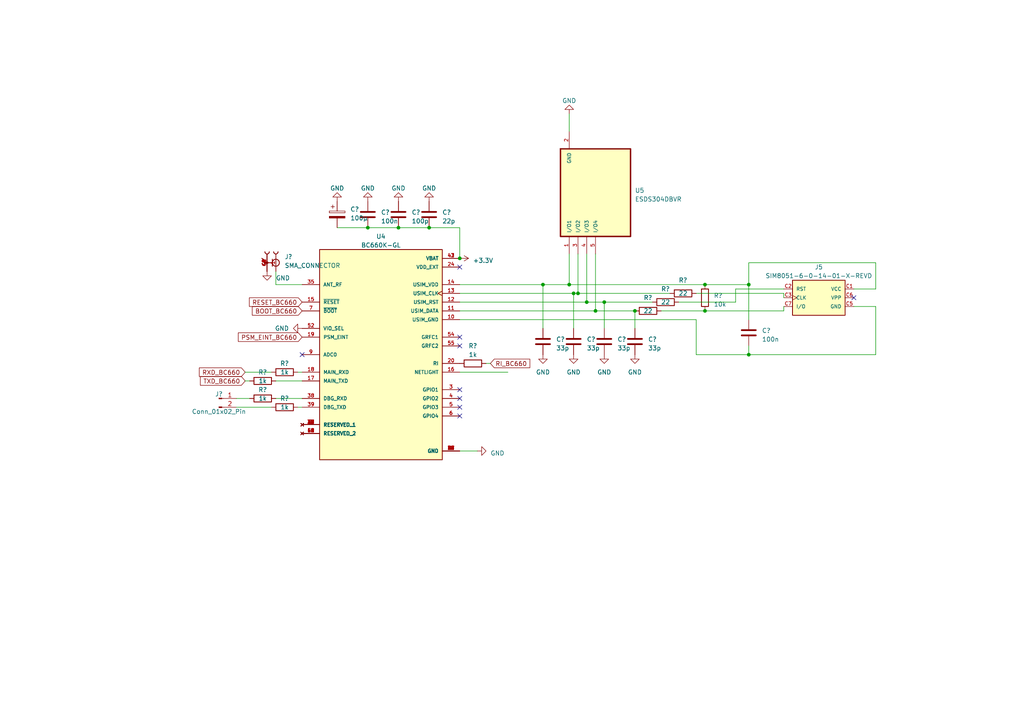
<source format=kicad_sch>
(kicad_sch (version 20230121) (generator eeschema)
  (paper "A4")
  (lib_symbols
    (symbol "BC660:BC660K-GL" (pin_names (offset 1.016))
      (property "Reference" "U" (at -17.78 31.242 0))
      (property "Value" "BC660K-GL" (at -17.78 -33.02 0))
      (symbol "BC660K-GL_0_0"
        (rectangle (start -17.78 -30.48) (end 17.78 30.48) (stroke (width 0.254)) (fill (type background)))
        (pin power_in line (at 22.86 -27.94 180) (length 5.08) (name "GND") (number "1"))
        (pin power_in line (at 22.86 10.16 180) (length 5.08) (name "USIM_GND") (number "10"))
        (pin bidirectional line (at 22.86 12.7 180) (length 5.08) (name "USIM_DATA") (number "11"))
        (pin output line (at 22.86 15.24 180) (length 5.08) (name "USIM_RST") (number "12"))
        (pin output clock (at 22.86 17.78 180) (length 5.08) (name "USIM_CLK") (number "13"))
        (pin power_in line (at 22.86 20.32 180) (length 5.08) (name "USIM_VDD") (number "14"))
        (pin input line (at -22.86 15.24 0) (length 5.08) (name "~{RESET}") (number "15"))
        (pin output line (at 22.86 -5.08 180) (length 5.08) (name "NETLIGHT") (number "16"))
        (pin output line (at -22.86 -7.62 0) (length 5.08) (name "MAIN_TXD") (number "17"))
        (pin input line (at -22.86 -5.08 0) (length 5.08) (name "MAIN_RXD") (number "18"))
        (pin input line (at -22.86 5.08 0) (length 5.08) (name "PSM_EINT") (number "19"))
        (pin no_connect line (at -22.86 -20.32 0) (length 5.08) (name "RESERVED_1") (number "2"))
        (pin output line (at 22.86 -2.54 180) (length 5.08) (name "RI") (number "20"))
        (pin no_connect line (at -22.86 -20.32 0) (length 5.08) (name "RESERVED_1") (number "21"))
        (pin no_connect line (at -22.86 -20.32 0) (length 5.08) (name "RESERVED_1") (number "22"))
        (pin no_connect line (at -22.86 -20.32 0) (length 5.08) (name "RESERVED_1") (number "23"))
        (pin power_in line (at 22.86 25.4 180) (length 5.08) (name "VDD_EXT") (number "24"))
        (pin no_connect line (at -22.86 -20.32 0) (length 5.08) (name "RESERVED_1") (number "25"))
        (pin no_connect line (at -22.86 -20.32 0) (length 5.08) (name "RESERVED_1") (number "26"))
        (pin power_in line (at 22.86 -27.94 180) (length 5.08) (name "GND") (number "27"))
        (pin no_connect line (at -22.86 -20.32 0) (length 5.08) (name "RESERVED_1") (number "28"))
        (pin no_connect line (at -22.86 -20.32 0) (length 5.08) (name "RESERVED_1") (number "29"))
        (pin bidirectional line (at 22.86 -10.16 180) (length 5.08) (name "GPIO1") (number "3"))
        (pin no_connect line (at -22.86 -20.32 0) (length 5.08) (name "RESERVED_1") (number "30"))
        (pin no_connect line (at -22.86 -20.32 0) (length 5.08) (name "RESERVED_1") (number "31"))
        (pin no_connect line (at -22.86 -20.32 0) (length 5.08) (name "RESERVED_1") (number "32"))
        (pin no_connect line (at -22.86 -20.32 0) (length 5.08) (name "RESERVED_1") (number "33"))
        (pin power_in line (at 22.86 -27.94 180) (length 5.08) (name "GND") (number "34"))
        (pin bidirectional line (at -22.86 20.32 0) (length 5.08) (name "ANT_RF") (number "35"))
        (pin power_in line (at 22.86 -27.94 180) (length 5.08) (name "GND") (number "36"))
        (pin power_in line (at 22.86 -27.94 180) (length 5.08) (name "GND") (number "37"))
        (pin input line (at -22.86 -12.7 0) (length 5.08) (name "DBG_RXD") (number "38"))
        (pin output line (at -22.86 -15.24 0) (length 5.08) (name "DBG_TXD") (number "39"))
        (pin bidirectional line (at 22.86 -12.7 180) (length 5.08) (name "GPIO2") (number "4"))
        (pin power_in line (at 22.86 -27.94 180) (length 5.08) (name "GND") (number "40"))
        (pin power_in line (at 22.86 -27.94 180) (length 5.08) (name "GND") (number "41"))
        (pin power_in line (at 22.86 27.94 180) (length 5.08) (name "VBAT") (number "42"))
        (pin power_in line (at 22.86 27.94 180) (length 5.08) (name "VBAT") (number "43"))
        (pin no_connect line (at -22.86 -20.32 0) (length 5.08) (name "RESERVED_1") (number "44"))
        (pin no_connect line (at -22.86 -20.32 0) (length 5.08) (name "RESERVED_1") (number "45"))
        (pin no_connect line (at -22.86 -22.86 0) (length 5.08) (name "RESERVED_2") (number "46"))
        (pin no_connect line (at -22.86 -22.86 0) (length 5.08) (name "RESERVED_2") (number "47"))
        (pin no_connect line (at -22.86 -22.86 0) (length 5.08) (name "RESERVED_2") (number "48"))
        (pin no_connect line (at -22.86 -22.86 0) (length 5.08) (name "RESERVED_2") (number "49"))
        (pin bidirectional line (at 22.86 -15.24 180) (length 5.08) (name "GPIO3") (number "5"))
        (pin no_connect line (at -22.86 -22.86 0) (length 5.08) (name "RESERVED_2") (number "50"))
        (pin no_connect line (at -22.86 -22.86 0) (length 5.08) (name "RESERVED_2") (number "51"))
        (pin input line (at -22.86 7.62 0) (length 5.08) (name "VIO_SEL") (number "52"))
        (pin no_connect line (at -22.86 -22.86 0) (length 5.08) (name "RESERVED_2") (number "53"))
        (pin output line (at 22.86 5.08 180) (length 5.08) (name "GRFC1") (number "54"))
        (pin output line (at 22.86 2.54 180) (length 5.08) (name "GRFC2") (number "55"))
        (pin power_in line (at 22.86 -27.94 180) (length 5.08) (name "GND") (number "56"))
        (pin power_in line (at 22.86 -27.94 180) (length 5.08) (name "GND") (number "57"))
        (pin power_in line (at 22.86 -27.94 180) (length 5.08) (name "GND") (number "58"))
        (pin bidirectional line (at 22.86 -17.78 180) (length 5.08) (name "GPIO4") (number "6"))
        (pin input line (at -22.86 12.7 0) (length 5.08) (name "~{BOOT}") (number "7"))
        (pin no_connect line (at -22.86 -20.32 0) (length 5.08) (name "RESERVED_1") (number "8"))
        (pin input line (at -22.86 0 0) (length 5.08) (name "ADC0") (number "9"))
      )
    )
    (symbol "Connector:Conn_01x02_Pin" (pin_names (offset 1.016) hide)
      (property "Reference" "J" (at 0 2.54 0))
      (property "Value" "Conn_01x02_Pin" (at 0 -5.08 0))
      (symbol "Conn_01x02_Pin_1_1"
        (polyline (pts (xy 1.27 -2.54) (xy 0.8636 -2.54)) (stroke (width 0.1524)))
        (polyline (pts (xy 1.27 0) (xy 0.8636 0)) (stroke (width 0.1524)))
        (rectangle (start 0.8636 -2.413) (end 0 -2.667) (stroke (width 0.1524)) (fill (type outline)))
        (rectangle (start 0.8636 0.127) (end 0 -0.127) (stroke (width 0.1524)) (fill (type outline)))
        (pin passive line (at 5.08 0 180) (length 3.81) (name "Pin_1") (number "1"))
        (pin passive line (at 5.08 -2.54 180) (length 3.81) (name "Pin_2") (number "2"))
      )
    )
    (symbol "Device:C" (pin_numbers hide) (pin_names (offset 0.254))
      (property "Reference" "C" (at 0.635 2.54 0))
      (property "Value" "C" (at 0.635 -2.54 0))
      (symbol "C_0_1"
        (polyline (pts (xy -2.032 -0.762) (xy 2.032 -0.762)) (stroke (width 0.508)))
        (polyline (pts (xy -2.032 0.762) (xy 2.032 0.762)) (stroke (width 0.508)))
      )
      (symbol "C_1_1"
        (pin passive line (at 0 3.81 270) (length 2.794) (name "~") (number "1"))
        (pin passive line (at 0 -3.81 90) (length 2.794) (name "~") (number "2"))
      )
    )
    (symbol "Device:C_Polarized" (pin_numbers hide) (pin_names (offset 0.254))
      (property "Reference" "C" (at 0.635 2.54 0))
      (property "Value" "C_Polarized" (at 0.635 -2.54 0))
      (symbol "C_Polarized_0_1"
        (rectangle (start -2.286 0.508) (end 2.286 1.016))
        (polyline (pts (xy -1.778 2.286) (xy -0.762 2.286)))
        (polyline (pts (xy -1.27 2.794) (xy -1.27 1.778)))
        (rectangle (start 2.286 -0.508) (end -2.286 -1.016) (fill (type outline)))
      )
      (symbol "C_Polarized_1_1"
        (pin passive line (at 0 3.81 270) (length 2.794) (name "~") (number "1"))
        (pin passive line (at 0 -3.81 90) (length 2.794) (name "~") (number "2"))
      )
    )
    (symbol "Device:R" (pin_numbers hide) (pin_names (offset 0))
      (property "Reference" "R" (at 2.032 0 90))
      (property "Value" "R" (at 0 0 90))
      (symbol "R_0_1"
        (rectangle (start -1.016 -2.54) (end 1.016 2.54) (stroke (width 0.254)))
      )
      (symbol "R_1_1"
        (pin passive line (at 0 3.81 270) (length 1.27) (name "~") (number "1"))
        (pin passive line (at 0 -3.81 90) (length 1.27) (name "~") (number "2"))
      )
    )
    (symbol "ESDS304:ESDS304DBVR" (pin_names (offset 1.016))
      (property "Reference" "U" (at -12.7 11.16 0))
      (property "Value" "ESDS304DBVR" (at -12.7 -14.16 0))
      (symbol "ESDS304DBVR_0_0"
        (rectangle (start -12.7 -10.16) (end 12.7 10.16) (stroke (width 0.41)) (fill (type background)))
        (pin bidirectional line (at -17.78 7.62 0) (length 5.08) (name "I/O1") (number "1"))
        (pin power_in line (at 17.78 7.62 180) (length 5.08) (name "GND") (number "2"))
        (pin bidirectional line (at -17.78 5.08 0) (length 5.08) (name "I/O2") (number "3"))
        (pin bidirectional line (at -17.78 2.54 0) (length 5.08) (name "I/O3") (number "4"))
        (pin bidirectional line (at -17.78 0 0) (length 5.08) (name "I/O4") (number "5"))
      )
    )
    (symbol "SIM8051:SIM8051-6-0-14-01-X-REVD" (pin_names (offset 1.016))
      (property "Reference" "J" (at -5.0841 5.5925 0))
      (property "Value" "SIM8051-6-0-14-01-X-REVD" (at -5.0884 -7.6326 0))
      (symbol "SIM8051-6-0-14-01-X-REVD_0_0"
        (rectangle (start -5.08 -5.08) (end 10.16 5.08) (stroke (width 0.254)) (fill (type background)))
        (pin power_in line (at 12.7 2.54 180) (length 2.54) (name "VCC") (number "C1"))
        (pin input line (at -7.62 2.54 0) (length 2.54) (name "RST") (number "C2"))
        (pin input clock (at -7.62 0 0) (length 2.54) (name "CLK") (number "C3"))
        (pin power_in line (at 12.7 -2.54 180) (length 2.54) (name "GND") (number "C5"))
        (pin power_in line (at 12.7 0 180) (length 2.54) (name "VPP") (number "C6"))
        (pin bidirectional line (at -7.62 -2.54 0) (length 2.54) (name "I/O") (number "C7"))
      )
    )
    (symbol "SMA_CONNECTOR:SMA_CONNECTOR" (pin_names (offset 1.016))
      (property "Reference" "J" (at -3.81 1.524 0))
      (property "Value" "SMA_CONNECTOR" (at -4.064 -6.858 0))
      (symbol "SMA_CONNECTOR_0_0"
        (arc (start -3.175 -3.175) (mid -2.5427 -2.54) (end -3.175 -1.905) (stroke (width 0.254)))
        (arc (start -3.175 -0.635) (mid -2.5427 0) (end -3.175 0.635) (stroke (width 0.254)))
        (circle (center 0 -2.54) (radius 0.254) (stroke (width 0.254)))
        (polyline (pts (xy -1.016 -1.016) (xy 0 -1.016)) (stroke (width 0.254)))
        (polyline (pts (xy -0.762 -3.302) (xy -1.27 -4.064)) (stroke (width 0.254)))
        (polyline (pts (xy 0 -3.302) (xy -0.762 -3.302)) (stroke (width 0.254)))
        (polyline (pts (xy 0 -3.302) (xy -0.508 -4.064)) (stroke (width 0.254)))
        (polyline (pts (xy 0 -3.302) (xy 0.762 -3.302)) (stroke (width 0.254)))
        (polyline (pts (xy 0 -1.016) (xy 0 -3.302)) (stroke (width 0.254)))
        (polyline (pts (xy 0 -1.016) (xy 1.016 -1.016)) (stroke (width 0.254)))
        (polyline (pts (xy 0.762 -3.302) (xy 0.254 -4.064)) (stroke (width 0.254)))
        (circle (center 0 0) (radius 1.016) (stroke (width 0.254)))
        (pin passive line (at 2.54 0 180) (length 5.08) (name "~") (number "1"))
        (pin passive line (at 2.54 -2.54 180) (length 5.08) (name "~") (number "G1"))
        (pin passive line (at 2.54 -2.54 180) (length 5.08) (name "~") (number "G2"))
        (pin passive line (at 2.54 -2.54 180) (length 5.08) (name "~") (number "G3"))
        (pin passive line (at 2.54 -2.54 180) (length 5.08) (name "~") (number "G4"))
      )
    )
    (symbol "power:+3.3V" (power) (pin_names (offset 0))
      (property "Value" "+3.3V" (at 0 3.556 0))
      (symbol "+3.3V_0_1"
        (polyline (pts (xy -0.762 1.27) (xy 0 2.54)))
        (polyline (pts (xy 0 0) (xy 0 2.54)))
        (polyline (pts (xy 0 2.54) (xy 0.762 1.27)))
      )
      (symbol "+3.3V_1_1"
        (pin power_in line (at 0 0 90) (length 0) hide (name "+3.3V") (number "1"))
      )
    )
    (symbol "power:GND" (power) (pin_names (offset 0))
      (property "Value" "GND" (at 0 -3.81 0))
      (symbol "GND_0_1"
        (polyline (pts (xy 0 0) (xy 0 -1.27) (xy 1.27 -1.27) (xy 0 -2.54) (xy -1.27 -1.27) (xy 0 -1.27)))
      )
      (symbol "GND_1_1"
        (pin power_in line (at 0 0 270) (length 0) hide (name "GND") (number "1"))
      )
    )
  )
  (junction (at 106.68 66.04))
  (junction (at 172.72 90.17))
  (junction (at 204.47 90.17))
  (junction (at 124.46 66.04))
  (junction (at 217.17 102.87))
  (junction (at 217.17 82.55))
  (junction (at 184.15 90.17))
  (junction (at 166.37 85.09))
  (junction (at 175.26 87.63))
  (junction (at 133.35 74.93))
  (junction (at 165.1 82.55))
  (junction (at 167.64 85.09))
  (junction (at 204.47 82.55))
  (junction (at 157.48 82.55))
  (junction (at 170.18 87.63))
  (junction (at 115.57 66.04))
  (no_connect (at 133.35 100.33))
  (no_connect (at 247.65 86.36))
  (no_connect (at 133.35 120.65))
  (no_connect (at 133.35 77.47))
  (no_connect (at 133.35 115.57))
  (no_connect (at 133.35 97.79))
  (no_connect (at 87.63 102.87))
  (no_connect (at 133.35 118.11))
  (no_connect (at 133.35 113.03))
  (wire (pts (xy 133.35 74.93) (xy 133.35 66.04)))
  (wire (pts (xy 165.1 38.1) (xy 165.1 33.02)))
  (wire (pts (xy 170.18 73.66) (xy 170.18 87.63)))
  (wire (pts (xy 175.26 87.63) (xy 175.26 95.25)))
  (wire (pts (xy 217.17 76.2) (xy 217.17 82.55)))
  (wire (pts (xy 254 76.2) (xy 254 83.82)))
  (wire (pts (xy 217.17 102.87) (xy 217.17 100.33)))
  (wire (pts (xy 254 88.9) (xy 254 102.87)))
  (wire (pts (xy 167.64 73.66) (xy 167.64 85.09)))
  (wire (pts (xy 172.72 90.17) (xy 184.15 90.17)))
  (wire (pts (xy 157.48 82.55) (xy 165.1 82.55)))
  (wire (pts (xy 80.01 110.49) (xy 87.63 110.49)))
  (wire (pts (xy 86.36 107.95) (xy 87.63 107.95)))
  (wire (pts (xy 166.37 85.09) (xy 166.37 95.25)))
  (wire (pts (xy 133.35 92.71) (xy 201.93 92.71)))
  (wire (pts (xy 191.77 90.17) (xy 204.47 90.17)))
  (wire (pts (xy 165.1 73.66) (xy 165.1 82.55)))
  (wire (pts (xy 167.64 85.09) (xy 194.31 85.09)))
  (wire (pts (xy 68.58 115.57) (xy 72.39 115.57)))
  (wire (pts (xy 147.32 107.95) (xy 133.35 107.95)))
  (wire (pts (xy 201.93 102.87) (xy 217.17 102.87)))
  (wire (pts (xy 201.93 85.09) (xy 227.33 85.09)))
  (wire (pts (xy 86.36 118.11) (xy 87.63 118.11)))
  (wire (pts (xy 80.01 78.74) (xy 80.01 82.55)))
  (wire (pts (xy 170.18 87.63) (xy 175.26 87.63)))
  (wire (pts (xy 217.17 102.87) (xy 254 102.87)))
  (wire (pts (xy 124.46 66.04) (xy 115.57 66.04)))
  (wire (pts (xy 115.57 66.04) (xy 106.68 66.04)))
  (wire (pts (xy 80.01 82.55) (xy 87.63 82.55)))
  (wire (pts (xy 227.33 90.17) (xy 227.33 88.9)))
  (wire (pts (xy 254 83.82) (xy 247.65 83.82)))
  (wire (pts (xy 80.01 115.57) (xy 87.63 115.57)))
  (wire (pts (xy 227.33 85.09) (xy 227.33 86.36)))
  (wire (pts (xy 196.85 87.63) (xy 213.36 87.63)))
  (wire (pts (xy 165.1 82.55) (xy 204.47 82.55)))
  (wire (pts (xy 166.37 85.09) (xy 167.64 85.09)))
  (wire (pts (xy 133.35 82.55) (xy 157.48 82.55)))
  (wire (pts (xy 254 76.2) (xy 217.17 76.2)))
  (wire (pts (xy 138.43 130.81) (xy 133.35 130.81)))
  (wire (pts (xy 201.93 92.71) (xy 201.93 102.87)))
  (wire (pts (xy 133.35 66.04) (xy 124.46 66.04)))
  (wire (pts (xy 157.48 95.25) (xy 157.48 82.55)))
  (wire (pts (xy 213.36 87.63) (xy 213.36 83.82)))
  (wire (pts (xy 247.65 88.9) (xy 254 88.9)))
  (wire (pts (xy 71.12 110.49) (xy 72.39 110.49)))
  (wire (pts (xy 68.58 118.11) (xy 78.74 118.11)))
  (wire (pts (xy 217.17 82.55) (xy 217.17 92.71)))
  (wire (pts (xy 142.24 105.41) (xy 140.97 105.41)))
  (wire (pts (xy 133.35 87.63) (xy 170.18 87.63)))
  (wire (pts (xy 71.12 107.95) (xy 78.74 107.95)))
  (wire (pts (xy 133.35 85.09) (xy 166.37 85.09)))
  (wire (pts (xy 106.68 66.04) (xy 97.79 66.04)))
  (wire (pts (xy 172.72 73.66) (xy 172.72 90.17)))
  (wire (pts (xy 204.47 90.17) (xy 227.33 90.17)))
  (wire (pts (xy 133.35 90.17) (xy 172.72 90.17)))
  (wire (pts (xy 204.47 82.55) (xy 217.17 82.55)))
  (wire (pts (xy 175.26 87.63) (xy 189.23 87.63)))
  (wire (pts (xy 184.15 90.17) (xy 184.15 95.25)))
  (wire (pts (xy 213.36 83.82) (xy 227.33 83.82)))
  (global_label "RI_BC660" (shape input) (at 142.24 105.41 0) (property "Intersheetrefs" "${INTERSHEET_REFS}" (effects hide)))
  (global_label "PSM_EINT_BC660" (shape input) (at 87.63 97.79 180) (property "Intersheetrefs" "${INTERSHEET_REFS}" (effects hide)))
  (global_label "RESET_BC660" (shape input) (at 87.63 87.63 180) (property "Intersheetrefs" "${INTERSHEET_REFS}" (effects hide)))
  (global_label "TXD_BC660" (shape input) (at 71.12 110.49 180) (property "Intersheetrefs" "${INTERSHEET_REFS}" (effects hide)))
  (global_label "RXD_BC660" (shape input) (at 71.12 107.95 180) (property "Intersheetrefs" "${INTERSHEET_REFS}" (effects hide)))
  (global_label "BOOT_BC660" (shape input) (at 87.63 90.17 180) (property "Intersheetrefs" "${INTERSHEET_REFS}" (effects hide)))
  (symbol (lib_id "Device:C") (at 115.57 62.23 0) (unit 1)
    (property "Reference" "C?" (at 119.38 61.595 0) (effects (justify left)))
    (property "Value" "100p" (at 119.38 64.135 0) (effects (justify left)))
    (property "Footprint" "Capacitor_SMD:C_0805_2012Metric_Pad1.18x1.45mm_HandSolder" (effects hide))
    (instances (project "Central_pcb" (path "" (reference "C?") (unit 1)) (path "" (reference "C16") (unit 1))) (project "bc660_breakoutboard" (path "" (reference "C?") (unit 1))))
  )
  (symbol (lib_id "Device:R") (at 198.12 85.09 90) (unit 1)
    (property "Reference" "R?" (at 198.12 81.28 90))
    (property "Value" "22" (at 198.12 85.09 90))
    (property "Footprint" "Resistor_SMD:R_0805_2012Metric_Pad1.20x1.40mm_HandSolder" (effects hide))
    (instances (project "Central_pcb" (path "" (reference "R?") (unit 1)) (path "" (reference "R13") (unit 1))) (project "bc660_breakoutboard" (path "" (reference "R?") (unit 1))))
  )
  (symbol (lib_id "power:GND") (at 165.1 33.02 180) (unit 1)
    (property "Reference" "#PWR?" (effects hide))
    (property "Value" "GND" (at 165.1 29.21 0))
    (instances (project "Central_pcb" (path "" (reference "#PWR?") (unit 1)) (path "" (reference "#PWR034") (unit 1))) (project "bc660_breakoutboard" (path "" (reference "#PWR?") (unit 1))))
  )
  (symbol (lib_id "power:GND") (at 138.43 130.81 90) (unit 1)
    (property "Reference" "#PWR?" (effects hide))
    (property "Value" "GND" (at 142.24 131.445 90) (effects (justify right)))
    (instances (project "Central_pcb" (path "" (reference "#PWR?") (unit 1)) (path "" (reference "#PWR032") (unit 1))) (project "bc660_breakoutboard" (path "" (reference "#PWR?") (unit 1))))
  )
  (symbol (lib_id "Device:R") (at 204.47 86.36 0) (unit 1)
    (property "Reference" "R?" (at 207.01 85.725 0) (effects (justify left)))
    (property "Value" "10k" (at 207.01 88.265 0) (effects (justify left)))
    (property "Footprint" "Resistor_SMD:R_0805_2012Metric_Pad1.20x1.40mm_HandSolder" (effects hide))
    (instances (project "Central_pcb" (path "" (reference "R?") (unit 1)) (path "" (reference "R14") (unit 1))) (project "bc660_breakoutboard" (path "" (reference "R?") (unit 1))))
  )
  (symbol (lib_id "Device:C") (at 157.48 99.06 0) (unit 1)
    (property "Reference" "C?" (at 161.29 98.425 0) (effects (justify left)))
    (property "Value" "33p" (at 161.29 100.965 0) (effects (justify left)))
    (property "Footprint" "Capacitor_SMD:C_0805_2012Metric_Pad1.18x1.45mm_HandSolder" (effects hide))
    (instances (project "Central_pcb" (path "" (reference "C?") (unit 1)) (path "" (reference "C18") (unit 1))) (project "bc660_breakoutboard" (path "" (reference "C?") (unit 1))))
  )
  (symbol (lib_id "Device:C") (at 184.15 99.06 0) (unit 1)
    (property "Reference" "C?" (at 187.96 98.425 0) (effects (justify left)))
    (property "Value" "33p" (at 187.96 100.965 0) (effects (justify left)))
    (property "Footprint" "Capacitor_SMD:C_0805_2012Metric_Pad1.18x1.45mm_HandSolder" (effects hide))
    (instances (project "Central_pcb" (path "" (reference "C?") (unit 1)) (path "" (reference "C21") (unit 1))) (project "bc660_breakoutboard" (path "" (reference "C?") (unit 1))))
  )
  (symbol (lib_id "Device:C_Polarized") (at 97.79 62.23 0) (unit 1)
    (property "Reference" "C?" (at 101.6 60.706 0) (effects (justify left)))
    (property "Value" "100µ" (at 101.6 63.246 0) (effects (justify left)))
    (property "Footprint" "Capacitor_SMD:C_0805_2012Metric_Pad1.18x1.45mm_HandSolder" (effects hide))
    (instances (project "Central_pcb" (path "" (reference "C?") (unit 1)) (path "" (reference "C14") (unit 1))) (project "bc660_breakoutboard" (path "" (reference "C?") (unit 1))))
  )
  (symbol (lib_id "power:GND") (at 106.68 58.42 180) (unit 1)
    (property "Reference" "#PWR?" (effects hide))
    (property "Value" "GND" (at 106.68 54.61 0))
    (instances (project "Central_pcb" (path "" (reference "#PWR?") (unit 1)) (path "" (reference "#PWR028") (unit 1))) (project "bc660_breakoutboard" (path "" (reference "#PWR?") (unit 1))))
  )
  (symbol (lib_id "Device:R") (at 76.2 110.49 90) (unit 1)
    (property "Reference" "R?" (at 76.2 107.95 90))
    (property "Value" "1k" (at 76.2 110.49 90))
    (property "Footprint" "Resistor_SMD:R_0805_2012Metric_Pad1.20x1.40mm_HandSolder" (effects hide))
    (instances (project "Central_pcb" (path "" (reference "R?") (unit 1)) (path "" (reference "R6") (unit 1))) (project "bc660_breakoutboard" (path "" (reference "R?") (unit 1))))
  )
  (symbol (lib_id "power:GND") (at 175.26 102.87 0) (unit 1)
    (property "Reference" "#PWR?" (effects hide))
    (property "Value" "GND" (at 175.26 107.95 0))
    (instances (project "Central_pcb" (path "" (reference "#PWR?") (unit 1)) (path "" (reference "#PWR036") (unit 1))) (project "bc660_breakoutboard" (path "" (reference "#PWR?") (unit 1))))
  )
  (symbol (lib_id "SMA_CONNECTOR:SMA_CONNECTOR") (at 80.01 76.2 270) (unit 1)
    (property "Reference" "J?" (at 82.55 74.4855 90) (effects (justify left)))
    (property "Value" "SMA_CONNECTOR" (at 82.55 77.0255 90) (effects (justify left)))
    (property "Footprint" "Central:LPRS_SMA_CONNECTOR" (effects hide))
    (property "MF" "LPRS" (effects hide))
    (property "MAXIMUM_PACKAGE_HEIGHT" "8.3 mm" (effects hide))
    (property "Package" "None" (effects hide))
    (property "Price" "None" (effects hide))
    (property "Check_prices" "https://www.snapeda.com/parts/SMA%20CONNECTOR/LPRS/view-part/?ref=eda" (effects hide))
    (property "STANDARD" "Manufacturer Recommendations" (effects hide))
    (property "PARTREV" "1.3" (effects hide))
    (property "SnapEDA_Link" "https://www.snapeda.com/parts/SMA%20CONNECTOR/LPRS/view-part/?ref=snap" (effects hide))
    (property "MP" "SMA CONNECTOR" (effects hide))
    (property "Description" "\nRF Coaxial Straight SMA Connector\n" (effects hide))
    (property "Availability" "In Stock" (effects hide))
    (property "MANUFACTURER" "LPRS" (effects hide))
    (instances (project "Central_pcb" (path "" (reference "J?") (unit 1)) (path "" (reference "J4") (unit 1))) (project "bc660_breakoutboard" (path "" (reference "J?") (unit 1))))
  )
  (symbol (lib_id "SIM8051:SIM8051-6-0-14-01-X-REVD") (at 234.95 86.36 0) (unit 1)
    (property "Reference" "J5" (at 237.49 77.47 0))
    (property "Value" "SIM8051-6-0-14-01-X-REVD" (at 237.49 80.01 0))
    (property "Footprint" "Central:GCT_SIM8051-6-0-14-01-X-REVD" (effects hide))
    (property "MF" "Global Connector Technology" (effects hide))
    (property "Description" "\n6 Position Card Connector NANO SIM Surface Mount, Right Angle Gold, Without switch, 1.35mm profile, Push-Pull, 4FF Sim card type, low cost, high mating cycle\n" (effects hide))
    (property "Package" "None" (effects hide))
    (property "Price" "None" (effects hide))
    (property "Check_prices" "https://www.snapeda.com/parts/SIM8051-6-0-14-01-A/Global+Connector+Technology/view-part/?ref=eda" (effects hide))
    (property "SnapEDA_Link" "https://www.snapeda.com/parts/SIM8051-6-0-14-01-A/Global+Connector+Technology/view-part/?ref=snap" (effects hide))
    (property "MP" "SIM8051-6-0-14-01-A" (effects hide))
    (property "Availability" "In Stock" (effects hide))
    (property "MANUFACTURER" "GCT" (effects hide))
  )
  (symbol (lib_id "Device:R") (at 76.2 115.57 90) (unit 1)
    (property "Reference" "R?" (at 76.2 113.03 90))
    (property "Value" "1k" (at 76.2 115.57 90))
    (property "Footprint" "Resistor_SMD:R_0805_2012Metric_Pad1.20x1.40mm_HandSolder" (effects hide))
    (instances (project "Central_pcb" (path "" (reference "R?") (unit 1)) (path "" (reference "R7") (unit 1))) (project "bc660_breakoutboard" (path "" (reference "R?") (unit 1))))
  )
  (symbol (lib_id "Device:R") (at 82.55 107.95 90) (unit 1)
    (property "Reference" "R?" (at 82.55 105.41 90))
    (property "Value" "1k" (at 82.55 107.95 90))
    (property "Footprint" "Resistor_SMD:R_0805_2012Metric_Pad1.20x1.40mm_HandSolder" (effects hide))
    (instances (project "Central_pcb" (path "" (reference "R?") (unit 1)) (path "" (reference "R8") (unit 1))) (project "bc660_breakoutboard" (path "" (reference "R?") (unit 1))))
  )
  (symbol (lib_id "Connector:Conn_01x02_Pin") (at 63.5 115.57 0) (unit 1)
    (property "Reference" "J?" (at 63.5 114.3 0))
    (property "Value" "Conn_01x02_Pin" (at 63.5 119.38 0))
    (property "Footprint" "Connector_PinHeader_2.54mm:PinHeader_1x02_P2.54mm_Vertical" (effects hide))
    (instances (project "Central_pcb" (path "" (reference "J?") (unit 1)) (path "" (reference "J3") (unit 1))) (project "bc660_breakoutboard" (path "" (reference "J?") (unit 1))))
  )
  (symbol (lib_id "Device:C") (at 166.37 99.06 0) (unit 1)
    (property "Reference" "C?" (at 170.18 98.425 0) (effects (justify left)))
    (property "Value" "33p" (at 170.18 100.965 0) (effects (justify left)))
    (property "Footprint" "Capacitor_SMD:C_0805_2012Metric_Pad1.18x1.45mm_HandSolder" (effects hide))
    (instances (project "Central_pcb" (path "" (reference "C?") (unit 1)) (path "" (reference "C19") (unit 1))) (project "bc660_breakoutboard" (path "" (reference "C?") (unit 1))))
  )
  (symbol (lib_id "power:GND") (at 115.57 58.42 180) (unit 1)
    (property "Reference" "#PWR?" (effects hide))
    (property "Value" "GND" (at 115.57 54.61 0))
    (instances (project "Central_pcb" (path "" (reference "#PWR?") (unit 1)) (path "" (reference "#PWR029") (unit 1))) (project "bc660_breakoutboard" (path "" (reference "#PWR?") (unit 1))))
  )
  (symbol (lib_id "Device:C") (at 175.26 99.06 0) (unit 1)
    (property "Reference" "C?" (at 179.07 98.425 0) (effects (justify left)))
    (property "Value" "33p" (at 179.07 100.965 0) (effects (justify left)))
    (property "Footprint" "Capacitor_SMD:C_0805_2012Metric_Pad1.18x1.45mm_HandSolder" (effects hide))
    (instances (project "Central_pcb" (path "" (reference "C?") (unit 1)) (path "" (reference "C20") (unit 1))) (project "bc660_breakoutboard" (path "" (reference "C?") (unit 1))))
  )
  (symbol (lib_id "ESDS304:ESDS304DBVR") (at 172.72 55.88 90) (unit 1)
    (property "Reference" "U5" (at 184.15 55.245 90) (effects (justify right)))
    (property "Value" "ESDS304DBVR" (at 184.15 57.785 90) (effects (justify right)))
    (property "Footprint" "Central:SOT95P280X145-5N" (effects hide))
    (property "MF" "Texas Instruments" (effects hide))
    (property "Purchase-URL" "https://www.snapeda.com/api/url_track_click_mouser/?unipart_id=3215782&manufacturer=Texas Instruments&part_name=ESDS304DBVR&search_term=esds304dbvr" (effects hide))
    (property "Package" "SOT-23-5 Texas Instruments" (effects hide))
    (property "SnapEDA_Link" "https://www.snapeda.com/parts/ESDS304DBVR/Texas+Instruments/view-part/?ref=snap" (effects hide))
    (property "MP" "ESDS304DBVR" (effects hide))
    (property "Description" "\nQuad 2.3-pF, 3.6-V, ±30-kV ESD protection diode with 12-A 8/20-uS surge rating for USB and Ethernet\n" (effects hide))
    (property "Check_prices" "https://www.snapeda.com/parts/ESDS304DBVR/Texas+Instruments/view-part/?ref=eda" (effects hide))
  )
  (symbol (lib_id "power:GND") (at 184.15 102.87 0) (unit 1)
    (property "Reference" "#PWR?" (effects hide))
    (property "Value" "GND" (at 184.15 107.95 0))
    (instances (project "Central_pcb" (path "" (reference "#PWR?") (unit 1)) (path "" (reference "#PWR037") (unit 1))) (project "bc660_breakoutboard" (path "" (reference "#PWR?") (unit 1))))
  )
  (symbol (lib_id "power:GND") (at 157.48 102.87 0) (unit 1)
    (property "Reference" "#PWR?" (effects hide))
    (property "Value" "GND" (at 157.48 107.95 0))
    (instances (project "Central_pcb" (path "" (reference "#PWR?") (unit 1)) (path "" (reference "#PWR033") (unit 1))) (project "bc660_breakoutboard" (path "" (reference "#PWR?") (unit 1))))
  )
  (symbol (lib_id "power:GND") (at 166.37 102.87 0) (unit 1)
    (property "Reference" "#PWR?" (effects hide))
    (property "Value" "GND" (at 166.37 107.95 0))
    (instances (project "Central_pcb" (path "" (reference "#PWR?") (unit 1)) (path "" (reference "#PWR035") (unit 1))) (project "bc660_breakoutboard" (path "" (reference "#PWR?") (unit 1))))
  )
  (symbol (lib_id "Device:C") (at 217.17 96.52 180) (unit 1)
    (property "Reference" "C?" (at 220.98 95.885 0) (effects (justify right)))
    (property "Value" "100n" (at 220.98 98.425 0) (effects (justify right)))
    (property "Footprint" "Capacitor_SMD:C_0805_2012Metric_Pad1.18x1.45mm_HandSolder" (effects hide))
    (instances (project "Central_pcb" (path "" (reference "C?") (unit 1)) (path "" (reference "C22") (unit 1))) (project "bc660_breakoutboard" (path "" (reference "C?") (unit 1))))
  )
  (symbol (lib_id "power:+3.3V") (at 133.35 74.93 270) (unit 1)
    (property "Reference" "#PWR031" (effects hide))
    (property "Value" "+3.3V" (at 137.16 75.565 90) (effects (justify left)))
  )
  (symbol (lib_id "power:GND") (at 97.79 58.42 180) (unit 1)
    (property "Reference" "#PWR?" (effects hide))
    (property "Value" "GND" (at 97.79 54.61 0))
    (instances (project "Central_pcb" (path "" (reference "#PWR?") (unit 1)) (path "" (reference "#PWR027") (unit 1))) (project "bc660_breakoutboard" (path "" (reference "#PWR?") (unit 1))))
  )
  (symbol (lib_id "Device:R") (at 187.96 90.17 90) (unit 1)
    (property "Reference" "R?" (at 187.96 86.36 90))
    (property "Value" "22" (at 187.96 90.17 90))
    (property "Footprint" "Resistor_SMD:R_0805_2012Metric_Pad1.20x1.40mm_HandSolder" (effects hide))
    (instances (project "Central_pcb" (path "" (reference "R?") (unit 1)) (path "" (reference "R11") (unit 1))) (project "bc660_breakoutboard" (path "" (reference "R?") (unit 1))))
  )
  (symbol (lib_id "Device:R") (at 82.55 118.11 90) (unit 1)
    (property "Reference" "R?" (at 82.55 115.57 90))
    (property "Value" "1k" (at 82.55 118.11 90))
    (property "Footprint" "Resistor_SMD:R_0805_2012Metric_Pad1.20x1.40mm_HandSolder" (effects hide))
    (instances (project "Central_pcb" (path "" (reference "R?") (unit 1)) (path "" (reference "R9") (unit 1))) (project "bc660_breakoutboard" (path "" (reference "R?") (unit 1))))
  )
  (symbol (lib_id "Device:C") (at 124.46 62.23 0) (unit 1)
    (property "Reference" "C?" (at 128.27 61.595 0) (effects (justify left)))
    (property "Value" "22p" (at 128.27 64.135 0) (effects (justify left)))
    (property "Footprint" "Capacitor_SMD:C_0805_2012Metric_Pad1.18x1.45mm_HandSolder" (effects hide))
    (instances (project "Central_pcb" (path "" (reference "C?") (unit 1)) (path "" (reference "C17") (unit 1))) (project "bc660_breakoutboard" (path "" (reference "C?") (unit 1))))
  )
  (symbol (lib_id "power:GND") (at 124.46 58.42 180) (unit 1)
    (property "Reference" "#PWR?" (effects hide))
    (property "Value" "GND" (at 124.46 54.61 0))
    (instances (project "Central_pcb" (path "" (reference "#PWR?") (unit 1)) (path "" (reference "#PWR030") (unit 1))) (project "bc660_breakoutboard" (path "" (reference "#PWR?") (unit 1))))
  )
  (symbol (lib_id "power:GND") (at 87.63 95.25 270) (unit 1)
    (property "Reference" "#PWR?" (effects hide))
    (property "Value" "GND" (at 83.82 95.25 90) (effects (justify right)))
    (instances (project "Central_pcb" (path "" (reference "#PWR?") (unit 1)) (path "" (reference "#PWR026") (unit 1))) (project "bc660_breakoutboard" (path "" (reference "#PWR?") (unit 1))))
  )
  (symbol (lib_id "BC660:BC660K-GL") (at 110.49 102.87 0) (unit 1)
    (property "Reference" "U4" (at 110.49 68.58 0))
    (property "Value" "BC660K-GL" (at 110.49 71.12 0))
    (property "Footprint" "Central:XCVR_BC660K-GL" (effects hide))
    (property "MF" "Quectel" (effects hide))
    (property "MAXIMUM_PACKAGE_HEIGHT" "2.2mm" (effects hide))
    (property "Package" "None" (effects hide))
    (property "Price" "None" (effects hide))
    (property "Check_prices" "https://www.snapeda.com/parts/BC660K-GL/Quectel/view-part/?ref=eda" (effects hide))
    (property "STANDARD" "Manufacturer Recommendations" (effects hide))
    (property "PARTREV" "1.2" (effects hide))
    (property "SnapEDA_Link" "https://www.snapeda.com/parts/BC660K-GL/Quectel/view-part/?ref=snap" (effects hide))
    (property "MP" "BC660K-GL" (effects hide))
    (property "Description" "\nMulti-band LTE Cat NB2 module; 17.7mm 15.8mm 2mm; 1.8g; SMT form factor; LCC package; Max. 127Kbps downlink / 158.5Kbps uplink; Extended temperature range of -40C to +85C.\n" (effects hide))
    (property "MANUFACTURER" "Quectel" (effects hide))
    (property "Availability" "Not in stock" (effects hide))
    (property "SNAPEDA_PN" "BC660K-GL" (effects hide))
  )
  (symbol (lib_id "Device:R") (at 137.16 105.41 90) (unit 1)
    (property "Reference" "R?" (at 137.16 100.33 90))
    (property "Value" "1k" (at 137.16 102.87 90))
    (property "Footprint" "Resistor_SMD:R_0805_2012Metric_Pad1.20x1.40mm_HandSolder" (effects hide))
    (instances (project "Central_pcb" (path "" (reference "R?") (unit 1)) (path "" (reference "R10") (unit 1))) (project "bc660_breakoutboard" (path "" (reference "R?") (unit 1))))
  )
  (symbol (lib_id "Device:R") (at 193.04 87.63 90) (unit 1)
    (property "Reference" "R?" (at 193.04 83.82 90))
    (property "Value" "22" (at 193.04 87.63 90))
    (property "Footprint" "Resistor_SMD:R_0805_2012Metric_Pad1.20x1.40mm_HandSolder" (effects hide))
    (instances (project "Central_pcb" (path "" (reference "R?") (unit 1)) (path "" (reference "R12") (unit 1))) (project "bc660_breakoutboard" (path "" (reference "R?") (unit 1))))
  )
  (symbol (lib_id "Device:C") (at 106.68 62.23 0) (unit 1)
    (property "Reference" "C?" (at 110.49 61.595 0) (effects (justify left)))
    (property "Value" "100n" (at 110.49 64.135 0) (effects (justify left)))
    (property "Footprint" "Capacitor_SMD:C_0805_2012Metric_Pad1.18x1.45mm_HandSolder" (effects hide))
    (instances (project "Central_pcb" (path "" (reference "C?") (unit 1)) (path "" (reference "C15") (unit 1))) (project "bc660_breakoutboard" (path "" (reference "C?") (unit 1))))
  )
  (symbol (lib_id "power:GND") (at 77.47 78.74 0) (unit 1)
    (property "Reference" "#PWR?" (effects hide))
    (property "Value" "GND" (at 80.01 80.645 0) (effects (justify left)))
    (instances (project "Central_pcb" (path "" (reference "#PWR?") (unit 1)) (path "" (reference "#PWR025") (unit 1))) (project "bc660_breakoutboard" (path "" (reference "#PWR?") (unit 1))))
  )
)
</source>
